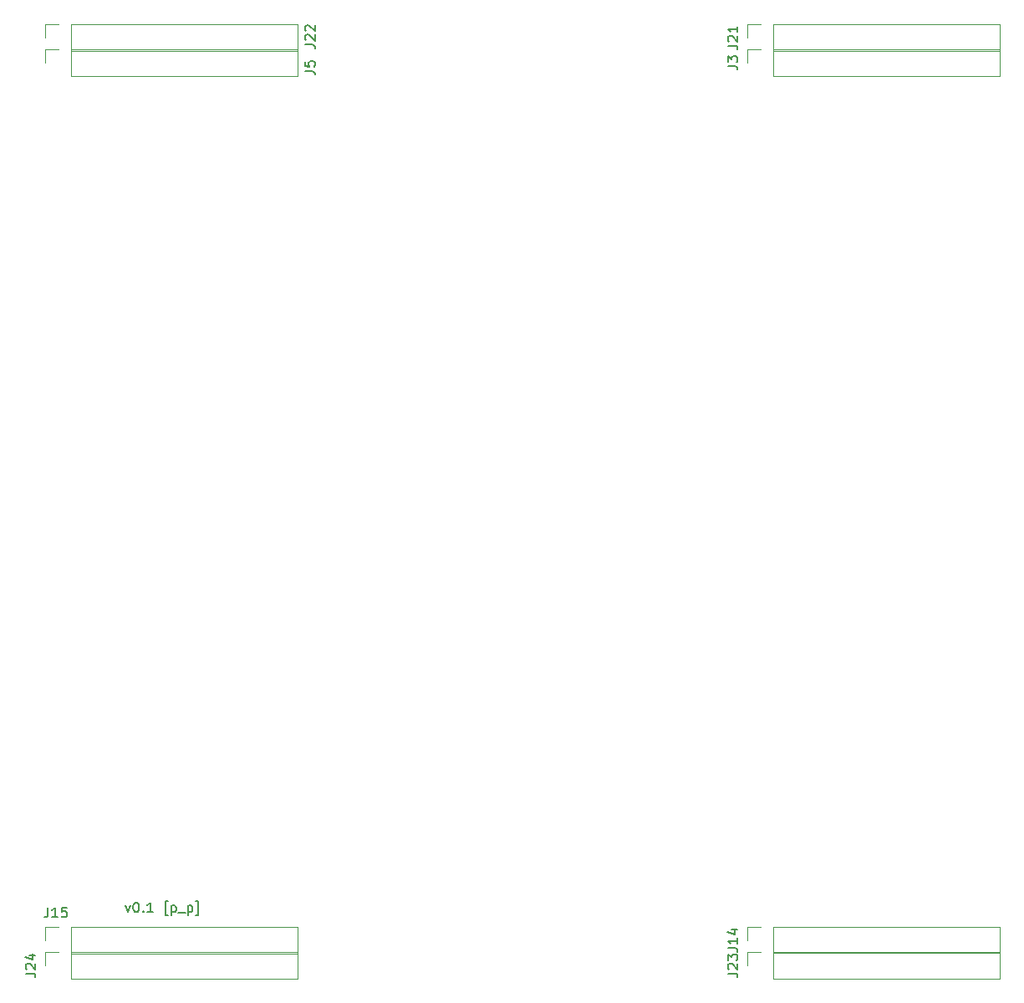
<source format=gbr>
%TF.GenerationSoftware,KiCad,Pcbnew,6.0.7-f9a2dced07~116~ubuntu20.04.1*%
%TF.CreationDate,2022-10-31T14:44:56+01:00*%
%TF.ProjectId,av_citynode_hw,61765f63-6974-4796-9e6f-64655f68772e,rev?*%
%TF.SameCoordinates,Original*%
%TF.FileFunction,Legend,Top*%
%TF.FilePolarity,Positive*%
%FSLAX46Y46*%
G04 Gerber Fmt 4.6, Leading zero omitted, Abs format (unit mm)*
G04 Created by KiCad (PCBNEW 6.0.7-f9a2dced07~116~ubuntu20.04.1) date 2022-10-31 14:44:56*
%MOMM*%
%LPD*%
G01*
G04 APERTURE LIST*
%ADD10C,0.150000*%
%ADD11C,0.120000*%
G04 APERTURE END LIST*
D10*
%TO.C,J22*%
X256119380Y-50847523D02*
X256833666Y-50847523D01*
X256976523Y-50895142D01*
X257071761Y-50990380D01*
X257119380Y-51133238D01*
X257119380Y-51228476D01*
X256214619Y-50418952D02*
X256167000Y-50371333D01*
X256119380Y-50276095D01*
X256119380Y-50038000D01*
X256167000Y-49942761D01*
X256214619Y-49895142D01*
X256309857Y-49847523D01*
X256405095Y-49847523D01*
X256547952Y-49895142D01*
X257119380Y-50466571D01*
X257119380Y-49847523D01*
X256214619Y-49466571D02*
X256167000Y-49418952D01*
X256119380Y-49323714D01*
X256119380Y-49085619D01*
X256167000Y-48990380D01*
X256214619Y-48942761D01*
X256309857Y-48895142D01*
X256405095Y-48895142D01*
X256547952Y-48942761D01*
X257119380Y-49514190D01*
X257119380Y-48895142D01*
%TO.C,J3*%
X298942380Y-53038333D02*
X299656666Y-53038333D01*
X299799523Y-53085952D01*
X299894761Y-53181190D01*
X299942380Y-53324047D01*
X299942380Y-53419285D01*
X298942380Y-52657380D02*
X298942380Y-52038333D01*
X299323333Y-52371666D01*
X299323333Y-52228809D01*
X299370952Y-52133571D01*
X299418571Y-52085952D01*
X299513809Y-52038333D01*
X299751904Y-52038333D01*
X299847142Y-52085952D01*
X299894761Y-52133571D01*
X299942380Y-52228809D01*
X299942380Y-52514523D01*
X299894761Y-52609761D01*
X299847142Y-52657380D01*
%TO.C,J24*%
X227822380Y-144954523D02*
X228536666Y-144954523D01*
X228679523Y-145002142D01*
X228774761Y-145097380D01*
X228822380Y-145240238D01*
X228822380Y-145335476D01*
X227917619Y-144525952D02*
X227870000Y-144478333D01*
X227822380Y-144383095D01*
X227822380Y-144145000D01*
X227870000Y-144049761D01*
X227917619Y-144002142D01*
X228012857Y-143954523D01*
X228108095Y-143954523D01*
X228250952Y-144002142D01*
X228822380Y-144573571D01*
X228822380Y-143954523D01*
X228155714Y-143097380D02*
X228822380Y-143097380D01*
X227774761Y-143335476D02*
X228489047Y-143573571D01*
X228489047Y-142954523D01*
%TO.C,J15*%
X230076476Y-138263380D02*
X230076476Y-138977666D01*
X230028857Y-139120523D01*
X229933619Y-139215761D01*
X229790761Y-139263380D01*
X229695523Y-139263380D01*
X231076476Y-139263380D02*
X230505047Y-139263380D01*
X230790761Y-139263380D02*
X230790761Y-138263380D01*
X230695523Y-138406238D01*
X230600285Y-138501476D01*
X230505047Y-138549095D01*
X231981238Y-138263380D02*
X231505047Y-138263380D01*
X231457428Y-138739571D01*
X231505047Y-138691952D01*
X231600285Y-138644333D01*
X231838380Y-138644333D01*
X231933619Y-138691952D01*
X231981238Y-138739571D01*
X232028857Y-138834809D01*
X232028857Y-139072904D01*
X231981238Y-139168142D01*
X231933619Y-139215761D01*
X231838380Y-139263380D01*
X231600285Y-139263380D01*
X231505047Y-139215761D01*
X231457428Y-139168142D01*
%TO.C,J21*%
X298942380Y-50974523D02*
X299656666Y-50974523D01*
X299799523Y-51022142D01*
X299894761Y-51117380D01*
X299942380Y-51260238D01*
X299942380Y-51355476D01*
X299037619Y-50545952D02*
X298990000Y-50498333D01*
X298942380Y-50403095D01*
X298942380Y-50165000D01*
X298990000Y-50069761D01*
X299037619Y-50022142D01*
X299132857Y-49974523D01*
X299228095Y-49974523D01*
X299370952Y-50022142D01*
X299942380Y-50593571D01*
X299942380Y-49974523D01*
X299942380Y-49022142D02*
X299942380Y-49593571D01*
X299942380Y-49307857D02*
X298942380Y-49307857D01*
X299085238Y-49403095D01*
X299180476Y-49498333D01*
X299228095Y-49593571D01*
%TO.C,J14*%
X298942380Y-142389523D02*
X299656666Y-142389523D01*
X299799523Y-142437142D01*
X299894761Y-142532380D01*
X299942380Y-142675238D01*
X299942380Y-142770476D01*
X299942380Y-141389523D02*
X299942380Y-141960952D01*
X299942380Y-141675238D02*
X298942380Y-141675238D01*
X299085238Y-141770476D01*
X299180476Y-141865714D01*
X299228095Y-141960952D01*
X299275714Y-140532380D02*
X299942380Y-140532380D01*
X298894761Y-140770476D02*
X299609047Y-141008571D01*
X299609047Y-140389523D01*
%TO.C,J5*%
X256119380Y-53546333D02*
X256833666Y-53546333D01*
X256976523Y-53593952D01*
X257071761Y-53689190D01*
X257119380Y-53832047D01*
X257119380Y-53927285D01*
X256119380Y-52593952D02*
X256119380Y-53070142D01*
X256595571Y-53117761D01*
X256547952Y-53070142D01*
X256500333Y-52974904D01*
X256500333Y-52736809D01*
X256547952Y-52641571D01*
X256595571Y-52593952D01*
X256690809Y-52546333D01*
X256928904Y-52546333D01*
X257024142Y-52593952D01*
X257071761Y-52641571D01*
X257119380Y-52736809D01*
X257119380Y-52974904D01*
X257071761Y-53070142D01*
X257024142Y-53117761D01*
%TO.C,J23*%
X298942380Y-144954523D02*
X299656666Y-144954523D01*
X299799523Y-145002142D01*
X299894761Y-145097380D01*
X299942380Y-145240238D01*
X299942380Y-145335476D01*
X299037619Y-144525952D02*
X298990000Y-144478333D01*
X298942380Y-144383095D01*
X298942380Y-144145000D01*
X298990000Y-144049761D01*
X299037619Y-144002142D01*
X299132857Y-143954523D01*
X299228095Y-143954523D01*
X299370952Y-144002142D01*
X299942380Y-144573571D01*
X299942380Y-143954523D01*
X298942380Y-143621190D02*
X298942380Y-143002142D01*
X299323333Y-143335476D01*
X299323333Y-143192619D01*
X299370952Y-143097380D01*
X299418571Y-143049761D01*
X299513809Y-143002142D01*
X299751904Y-143002142D01*
X299847142Y-143049761D01*
X299894761Y-143097380D01*
X299942380Y-143192619D01*
X299942380Y-143478333D01*
X299894761Y-143573571D01*
X299847142Y-143621190D01*
%TO.C,U18*%
X237919095Y-138088714D02*
X238157190Y-138755380D01*
X238395285Y-138088714D01*
X238966714Y-137755380D02*
X239061952Y-137755380D01*
X239157190Y-137803000D01*
X239204809Y-137850619D01*
X239252428Y-137945857D01*
X239300047Y-138136333D01*
X239300047Y-138374428D01*
X239252428Y-138564904D01*
X239204809Y-138660142D01*
X239157190Y-138707761D01*
X239061952Y-138755380D01*
X238966714Y-138755380D01*
X238871476Y-138707761D01*
X238823857Y-138660142D01*
X238776238Y-138564904D01*
X238728619Y-138374428D01*
X238728619Y-138136333D01*
X238776238Y-137945857D01*
X238823857Y-137850619D01*
X238871476Y-137803000D01*
X238966714Y-137755380D01*
X239728619Y-138660142D02*
X239776238Y-138707761D01*
X239728619Y-138755380D01*
X239681000Y-138707761D01*
X239728619Y-138660142D01*
X239728619Y-138755380D01*
X240728619Y-138755380D02*
X240157190Y-138755380D01*
X240442904Y-138755380D02*
X240442904Y-137755380D01*
X240347666Y-137898238D01*
X240252428Y-137993476D01*
X240157190Y-138041095D01*
X242204809Y-139088714D02*
X241966714Y-139088714D01*
X241966714Y-137660142D01*
X242204809Y-137660142D01*
X242585761Y-138088714D02*
X242585761Y-139088714D01*
X242585761Y-138136333D02*
X242681000Y-138088714D01*
X242871476Y-138088714D01*
X242966714Y-138136333D01*
X243014333Y-138183952D01*
X243061952Y-138279190D01*
X243061952Y-138564904D01*
X243014333Y-138660142D01*
X242966714Y-138707761D01*
X242871476Y-138755380D01*
X242681000Y-138755380D01*
X242585761Y-138707761D01*
X243252428Y-138850619D02*
X244014333Y-138850619D01*
X244252428Y-138088714D02*
X244252428Y-139088714D01*
X244252428Y-138136333D02*
X244347666Y-138088714D01*
X244538142Y-138088714D01*
X244633380Y-138136333D01*
X244681000Y-138183952D01*
X244728619Y-138279190D01*
X244728619Y-138564904D01*
X244681000Y-138660142D01*
X244633380Y-138707761D01*
X244538142Y-138755380D01*
X244347666Y-138755380D01*
X244252428Y-138707761D01*
X245061952Y-139088714D02*
X245300047Y-139088714D01*
X245300047Y-137660142D01*
X245061952Y-137660142D01*
D11*
%TO.C,J22*%
X232410000Y-48835000D02*
X255330000Y-48835000D01*
X232410000Y-51495000D02*
X232410000Y-48835000D01*
X255330000Y-51495000D02*
X255330000Y-48835000D01*
X232410000Y-51495000D02*
X255330000Y-51495000D01*
X229810000Y-48835000D02*
X231140000Y-48835000D01*
X229810000Y-50165000D02*
X229810000Y-48835000D01*
%TO.C,J3*%
X300930000Y-52705000D02*
X300930000Y-51375000D01*
X303530000Y-51375000D02*
X326450000Y-51375000D01*
X300930000Y-51375000D02*
X302260000Y-51375000D01*
X303530000Y-54035000D02*
X326450000Y-54035000D01*
X303530000Y-54035000D02*
X303530000Y-51375000D01*
X326450000Y-54035000D02*
X326450000Y-51375000D01*
%TO.C,J24*%
X229810000Y-142815000D02*
X231140000Y-142815000D01*
X232410000Y-142815000D02*
X255330000Y-142815000D01*
X229810000Y-144145000D02*
X229810000Y-142815000D01*
X232410000Y-145475000D02*
X255330000Y-145475000D01*
X232410000Y-145475000D02*
X232410000Y-142815000D01*
X255330000Y-145475000D02*
X255330000Y-142815000D01*
%TO.C,J15*%
X232410000Y-142935000D02*
X232410000Y-140275000D01*
X232410000Y-142935000D02*
X255330000Y-142935000D01*
X232410000Y-140275000D02*
X255330000Y-140275000D01*
X229810000Y-141605000D02*
X229810000Y-140275000D01*
X229810000Y-140275000D02*
X231140000Y-140275000D01*
X255330000Y-142935000D02*
X255330000Y-140275000D01*
%TO.C,J21*%
X300930000Y-50165000D02*
X300930000Y-48835000D01*
X326450000Y-51495000D02*
X326450000Y-48835000D01*
X303530000Y-48835000D02*
X326450000Y-48835000D01*
X300930000Y-48835000D02*
X302260000Y-48835000D01*
X303530000Y-51495000D02*
X303530000Y-48835000D01*
X303530000Y-51495000D02*
X326450000Y-51495000D01*
%TO.C,J14*%
X303530000Y-140250000D02*
X326450000Y-140250000D01*
X300930000Y-141580000D02*
X300930000Y-140250000D01*
X303530000Y-142910000D02*
X303530000Y-140250000D01*
X300930000Y-140250000D02*
X302260000Y-140250000D01*
X303530000Y-142910000D02*
X326450000Y-142910000D01*
X326450000Y-142910000D02*
X326450000Y-140250000D01*
%TO.C,J5*%
X229810000Y-52705000D02*
X229810000Y-51375000D01*
X255330000Y-54035000D02*
X255330000Y-51375000D01*
X232410000Y-51375000D02*
X255330000Y-51375000D01*
X232410000Y-54035000D02*
X232410000Y-51375000D01*
X229810000Y-51375000D02*
X231140000Y-51375000D01*
X232410000Y-54035000D02*
X255330000Y-54035000D01*
%TO.C,J23*%
X300930000Y-144145000D02*
X300930000Y-142815000D01*
X303530000Y-145475000D02*
X326450000Y-145475000D01*
X303530000Y-142815000D02*
X326450000Y-142815000D01*
X326450000Y-145475000D02*
X326450000Y-142815000D01*
X300930000Y-142815000D02*
X302260000Y-142815000D01*
X303530000Y-145475000D02*
X303530000Y-142815000D01*
%TD*%
M02*

</source>
